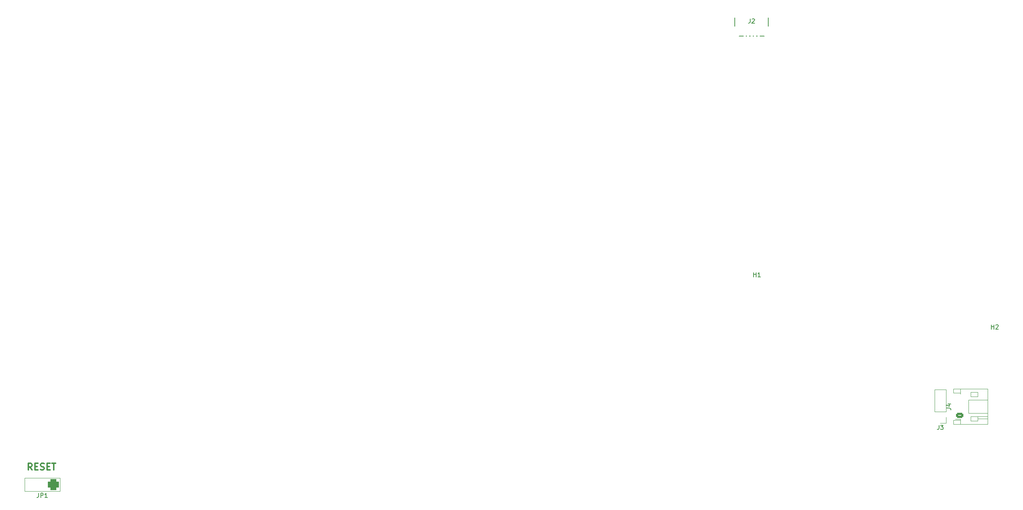
<source format=gbr>
%TF.GenerationSoftware,KiCad,Pcbnew,(7.99.0-267-g8440d7258b)*%
%TF.CreationDate,2023-05-05T04:19:59-07:00*%
%TF.ProjectId,1_2og_repro,315f326f-675f-4726-9570-726f2e6b6963,rev?*%
%TF.SameCoordinates,Original*%
%TF.FileFunction,Legend,Top*%
%TF.FilePolarity,Positive*%
%FSLAX46Y46*%
G04 Gerber Fmt 4.6, Leading zero omitted, Abs format (unit mm)*
G04 Created by KiCad (PCBNEW (7.99.0-267-g8440d7258b)) date 2023-05-05 04:19:59*
%MOMM*%
%LPD*%
G01*
G04 APERTURE LIST*
G04 Aperture macros list*
%AMRoundRect*
0 Rectangle with rounded corners*
0 $1 Rounding radius*
0 $2 $3 $4 $5 $6 $7 $8 $9 X,Y pos of 4 corners*
0 Add a 4 corners polygon primitive as box body*
4,1,4,$2,$3,$4,$5,$6,$7,$8,$9,$2,$3,0*
0 Add four circle primitives for the rounded corners*
1,1,$1+$1,$2,$3*
1,1,$1+$1,$4,$5*
1,1,$1+$1,$6,$7*
1,1,$1+$1,$8,$9*
0 Add four rect primitives between the rounded corners*
20,1,$1+$1,$2,$3,$4,$5,0*
20,1,$1+$1,$4,$5,$6,$7,0*
20,1,$1+$1,$6,$7,$8,$9,0*
20,1,$1+$1,$8,$9,$2,$3,0*%
G04 Aperture macros list end*
%ADD10C,0.300000*%
%ADD11C,0.150000*%
%ADD12C,0.120000*%
%ADD13RoundRect,0.250000X0.625000X-0.350000X0.625000X0.350000X-0.625000X0.350000X-0.625000X-0.350000X0*%
%ADD14O,1.750000X1.200000*%
%ADD15C,1.750000*%
%ADD16C,3.987800*%
%ADD17RoundRect,0.650000X0.650000X0.650000X-0.650000X0.650000X-0.650000X-0.650000X0.650000X-0.650000X0*%
%ADD18C,2.600000*%
%ADD19C,3.048000*%
%ADD20C,6.400000*%
%ADD21R,0.500000X2.250000*%
%ADD22O,1.700000X2.700000*%
%ADD23R,1.700000X1.700000*%
%ADD24O,1.700000X1.700000*%
G04 APERTURE END LIST*
D10*
X134310285Y-118053428D02*
X133810285Y-117339142D01*
X133453142Y-118053428D02*
X133453142Y-116553428D01*
X133453142Y-116553428D02*
X134024571Y-116553428D01*
X134024571Y-116553428D02*
X134167428Y-116624857D01*
X134167428Y-116624857D02*
X134238857Y-116696285D01*
X134238857Y-116696285D02*
X134310285Y-116839142D01*
X134310285Y-116839142D02*
X134310285Y-117053428D01*
X134310285Y-117053428D02*
X134238857Y-117196285D01*
X134238857Y-117196285D02*
X134167428Y-117267714D01*
X134167428Y-117267714D02*
X134024571Y-117339142D01*
X134024571Y-117339142D02*
X133453142Y-117339142D01*
X134953142Y-117267714D02*
X135453142Y-117267714D01*
X135667428Y-118053428D02*
X134953142Y-118053428D01*
X134953142Y-118053428D02*
X134953142Y-116553428D01*
X134953142Y-116553428D02*
X135667428Y-116553428D01*
X136238857Y-117982000D02*
X136453143Y-118053428D01*
X136453143Y-118053428D02*
X136810285Y-118053428D01*
X136810285Y-118053428D02*
X136953143Y-117982000D01*
X136953143Y-117982000D02*
X137024571Y-117910571D01*
X137024571Y-117910571D02*
X137096000Y-117767714D01*
X137096000Y-117767714D02*
X137096000Y-117624857D01*
X137096000Y-117624857D02*
X137024571Y-117482000D01*
X137024571Y-117482000D02*
X136953143Y-117410571D01*
X136953143Y-117410571D02*
X136810285Y-117339142D01*
X136810285Y-117339142D02*
X136524571Y-117267714D01*
X136524571Y-117267714D02*
X136381714Y-117196285D01*
X136381714Y-117196285D02*
X136310285Y-117124857D01*
X136310285Y-117124857D02*
X136238857Y-116982000D01*
X136238857Y-116982000D02*
X136238857Y-116839142D01*
X136238857Y-116839142D02*
X136310285Y-116696285D01*
X136310285Y-116696285D02*
X136381714Y-116624857D01*
X136381714Y-116624857D02*
X136524571Y-116553428D01*
X136524571Y-116553428D02*
X136881714Y-116553428D01*
X136881714Y-116553428D02*
X137096000Y-116624857D01*
X137738856Y-117267714D02*
X138238856Y-117267714D01*
X138453142Y-118053428D02*
X137738856Y-118053428D01*
X137738856Y-118053428D02*
X137738856Y-116553428D01*
X137738856Y-116553428D02*
X138453142Y-116553428D01*
X138881714Y-116553428D02*
X139738857Y-116553428D01*
X139310285Y-118053428D02*
X139310285Y-116553428D01*
D11*
%TO.C,J4*%
X344601619Y-103838333D02*
X345315904Y-103838333D01*
X345315904Y-103838333D02*
X345458761Y-103885952D01*
X345458761Y-103885952D02*
X345554000Y-103981190D01*
X345554000Y-103981190D02*
X345601619Y-104124047D01*
X345601619Y-104124047D02*
X345601619Y-104219285D01*
X344934952Y-102933571D02*
X345601619Y-102933571D01*
X344554000Y-103171666D02*
X345268285Y-103409761D01*
X345268285Y-103409761D02*
X345268285Y-102790714D01*
%TO.C,JP1*%
X135818666Y-123414117D02*
X135818666Y-124128402D01*
X135818666Y-124128402D02*
X135771047Y-124271259D01*
X135771047Y-124271259D02*
X135675809Y-124366498D01*
X135675809Y-124366498D02*
X135532952Y-124414117D01*
X135532952Y-124414117D02*
X135437714Y-124414117D01*
X136294857Y-124414117D02*
X136294857Y-123414117D01*
X136294857Y-123414117D02*
X136675809Y-123414117D01*
X136675809Y-123414117D02*
X136771047Y-123461736D01*
X136771047Y-123461736D02*
X136818666Y-123509355D01*
X136818666Y-123509355D02*
X136866285Y-123604593D01*
X136866285Y-123604593D02*
X136866285Y-123747450D01*
X136866285Y-123747450D02*
X136818666Y-123842688D01*
X136818666Y-123842688D02*
X136771047Y-123890307D01*
X136771047Y-123890307D02*
X136675809Y-123937926D01*
X136675809Y-123937926D02*
X136294857Y-123937926D01*
X137818666Y-124414117D02*
X137247238Y-124414117D01*
X137532952Y-124414117D02*
X137532952Y-123414117D01*
X137532952Y-123414117D02*
X137437714Y-123556974D01*
X137437714Y-123556974D02*
X137342476Y-123652212D01*
X137342476Y-123652212D02*
X137247238Y-123699831D01*
%TO.C,H1*%
X300247122Y-73655062D02*
X300247122Y-72655062D01*
X300247122Y-73131252D02*
X300818550Y-73131252D01*
X300818550Y-73655062D02*
X300818550Y-72655062D01*
X301818550Y-73655062D02*
X301247122Y-73655062D01*
X301532836Y-73655062D02*
X301532836Y-72655062D01*
X301532836Y-72655062D02*
X301437598Y-72797919D01*
X301437598Y-72797919D02*
X301342360Y-72893157D01*
X301342360Y-72893157D02*
X301247122Y-72940776D01*
%TO.C,J2*%
X299462781Y-14344619D02*
X299462781Y-15058904D01*
X299462781Y-15058904D02*
X299415162Y-15201761D01*
X299415162Y-15201761D02*
X299319924Y-15297000D01*
X299319924Y-15297000D02*
X299177067Y-15344619D01*
X299177067Y-15344619D02*
X299081829Y-15344619D01*
X299891353Y-14439857D02*
X299938972Y-14392238D01*
X299938972Y-14392238D02*
X300034210Y-14344619D01*
X300034210Y-14344619D02*
X300272305Y-14344619D01*
X300272305Y-14344619D02*
X300367543Y-14392238D01*
X300367543Y-14392238D02*
X300415162Y-14439857D01*
X300415162Y-14439857D02*
X300462781Y-14535095D01*
X300462781Y-14535095D02*
X300462781Y-14630333D01*
X300462781Y-14630333D02*
X300415162Y-14773190D01*
X300415162Y-14773190D02*
X299843734Y-15344619D01*
X299843734Y-15344619D02*
X300462781Y-15344619D01*
%TO.C,H2*%
X354964161Y-85677191D02*
X354964161Y-84677191D01*
X354964161Y-85153381D02*
X355535589Y-85153381D01*
X355535589Y-85677191D02*
X355535589Y-84677191D01*
X355964161Y-84772429D02*
X356011780Y-84724810D01*
X356011780Y-84724810D02*
X356107018Y-84677191D01*
X356107018Y-84677191D02*
X356345113Y-84677191D01*
X356345113Y-84677191D02*
X356440351Y-84724810D01*
X356440351Y-84724810D02*
X356487970Y-84772429D01*
X356487970Y-84772429D02*
X356535589Y-84867667D01*
X356535589Y-84867667D02*
X356535589Y-84962905D01*
X356535589Y-84962905D02*
X356487970Y-85105762D01*
X356487970Y-85105762D02*
X355916542Y-85677191D01*
X355916542Y-85677191D02*
X356535589Y-85677191D01*
%TO.C,J3*%
X342872781Y-107777248D02*
X342872781Y-108491533D01*
X342872781Y-108491533D02*
X342825162Y-108634390D01*
X342825162Y-108634390D02*
X342729924Y-108729629D01*
X342729924Y-108729629D02*
X342587067Y-108777248D01*
X342587067Y-108777248D02*
X342491829Y-108777248D01*
X343253734Y-107777248D02*
X343872781Y-107777248D01*
X343872781Y-107777248D02*
X343539448Y-108158200D01*
X343539448Y-108158200D02*
X343682305Y-108158200D01*
X343682305Y-108158200D02*
X343777543Y-108205819D01*
X343777543Y-108205819D02*
X343825162Y-108253438D01*
X343825162Y-108253438D02*
X343872781Y-108348676D01*
X343872781Y-108348676D02*
X343872781Y-108586771D01*
X343872781Y-108586771D02*
X343825162Y-108682009D01*
X343825162Y-108682009D02*
X343777543Y-108729629D01*
X343777543Y-108729629D02*
X343682305Y-108777248D01*
X343682305Y-108777248D02*
X343396591Y-108777248D01*
X343396591Y-108777248D02*
X343301353Y-108729629D01*
X343301353Y-108729629D02*
X343253734Y-108682009D01*
D12*
%TO.C,J4*%
X354049000Y-107565000D02*
X354049000Y-99445000D01*
X346229000Y-107565000D02*
X354049000Y-107565000D01*
X354049000Y-105005000D02*
X349689000Y-105005000D01*
X351789000Y-105805000D02*
X350189000Y-105805000D01*
X351789000Y-106805000D02*
X351789000Y-105805000D01*
X347829000Y-106365000D02*
X346614000Y-106365000D01*
X351789000Y-105805000D02*
X354049000Y-105805000D01*
X347829000Y-106645000D02*
X346229000Y-106645000D01*
X351789000Y-106305000D02*
X354049000Y-106305000D01*
X347829000Y-100365000D02*
X347829000Y-100645000D01*
X346229000Y-106645000D02*
X346229000Y-107565000D01*
X350189000Y-106805000D02*
X351789000Y-106805000D01*
X350189000Y-101205000D02*
X350189000Y-100205000D01*
X347829000Y-107565000D02*
X347829000Y-106645000D01*
X350189000Y-100205000D02*
X351789000Y-100205000D01*
X349689000Y-105005000D02*
X349689000Y-102005000D01*
X351789000Y-101205000D02*
X350189000Y-101205000D01*
X354049000Y-99445000D02*
X346229000Y-99445000D01*
X349689000Y-102005000D02*
X354049000Y-102005000D01*
X347829000Y-99445000D02*
X347829000Y-100365000D01*
X346229000Y-100365000D02*
X347829000Y-100365000D01*
X347829000Y-106365000D02*
X347829000Y-106645000D01*
X350189000Y-105805000D02*
X350189000Y-106805000D01*
X346229000Y-99445000D02*
X346229000Y-100365000D01*
X351789000Y-100205000D02*
X351789000Y-101205000D01*
%TO.C,JP1*%
X140692000Y-122951498D02*
X140692000Y-119951498D01*
X140692000Y-122951498D02*
X132592000Y-122951498D01*
X132592000Y-119951498D02*
X140692000Y-119951498D01*
X132592000Y-119951498D02*
X132592000Y-122951498D01*
D11*
%TO.C,J2*%
X303646115Y-12850000D02*
X303646115Y-18300000D01*
X295946115Y-12850000D02*
X295946115Y-18300000D01*
X303646115Y-18300000D02*
X295946115Y-18300000D01*
D12*
%TO.C,J3*%
X344536115Y-107314629D02*
X343206115Y-107314629D01*
X344536115Y-105984629D02*
X344536115Y-107314629D01*
X344536115Y-104714629D02*
X344536115Y-99574629D01*
X344536115Y-104714629D02*
X341876115Y-104714629D01*
X344536115Y-99574629D02*
X341876115Y-99574629D01*
X341876115Y-104714629D02*
X341876115Y-99574629D01*
%TD*%
%LPC*%
D13*
%TO.C,J4*%
X347689000Y-105505000D03*
D14*
X347688999Y-103504999D03*
X347688999Y-101504999D03*
%TD*%
D15*
%TO.C,SW71*%
X135336115Y-102434638D03*
D16*
X140416115Y-102434638D03*
D15*
X145496115Y-102434638D03*
%TD*%
%TO.C,SW12*%
X263806115Y-21594638D03*
D16*
X268886115Y-21594638D03*
D15*
X273966115Y-21594638D03*
%TD*%
%TO.C,SW26*%
X187696115Y-45374638D03*
D16*
X192776115Y-45374638D03*
D15*
X197856115Y-45374638D03*
%TD*%
%TO.C,SW76*%
X230336115Y-102434638D03*
D16*
X235416115Y-102434638D03*
D15*
X240496115Y-102434638D03*
%TD*%
%TO.C,SW21*%
X92596115Y-45374638D03*
D16*
X97676115Y-45374638D03*
D15*
X102756115Y-45374638D03*
%TD*%
%TO.C,SW24*%
X149656115Y-45374638D03*
D16*
X154736115Y-45374638D03*
D15*
X159816115Y-45374638D03*
%TD*%
%TO.C,SW25*%
X168676115Y-45374638D03*
D16*
X173756115Y-45374638D03*
D15*
X178836115Y-45374638D03*
%TD*%
%TO.C,SW60*%
X163906115Y-83414638D03*
D16*
X168986115Y-83414638D03*
D15*
X174066115Y-83414638D03*
%TD*%
%TO.C,SW83*%
X45008615Y-121454638D03*
D16*
X50088615Y-121454638D03*
D15*
X55168615Y-121454638D03*
%TD*%
%TO.C,SW74*%
X192336115Y-102434638D03*
D16*
X197416115Y-102434638D03*
D15*
X202496115Y-102434638D03*
%TD*%
%TO.C,SW9*%
X197206115Y-21594638D03*
D16*
X202286115Y-21594638D03*
D15*
X207366115Y-21594638D03*
%TD*%
%TO.C,SW32*%
X306606115Y-45374638D03*
D16*
X311686115Y-45374638D03*
D15*
X316766115Y-45374638D03*
%TD*%
%TO.C,SW53*%
X23638615Y-83414638D03*
D16*
X28718615Y-83414638D03*
D15*
X33798615Y-83414638D03*
%TD*%
%TO.C,SW90*%
X325626115Y-121454638D03*
D16*
X330706115Y-121454638D03*
D15*
X335786115Y-121454638D03*
%TD*%
%TO.C,SW65*%
X270846088Y-83414669D03*
D16*
X275926088Y-83414669D03*
D15*
X281006088Y-83414669D03*
%TD*%
%TO.C,SW84*%
X68711115Y-121454638D03*
D16*
X73791115Y-121454638D03*
D15*
X78871115Y-121454638D03*
%TD*%
%TO.C,SW39*%
X102056115Y-64394638D03*
D16*
X107136115Y-64394638D03*
D15*
X112216115Y-64394638D03*
%TD*%
%TO.C,SW86*%
X230631115Y-121454638D03*
D16*
X235711115Y-121454638D03*
D15*
X240791115Y-121454638D03*
%TD*%
%TO.C,SW63*%
X220926115Y-83414638D03*
D16*
X226006115Y-83414638D03*
D15*
X231086115Y-83414638D03*
%TD*%
%TO.C,SW35*%
X21246115Y-64394638D03*
D16*
X26326115Y-64394638D03*
D15*
X31406115Y-64394638D03*
%TD*%
%TO.C,SW15*%
X325626115Y-21591179D03*
D16*
X330706115Y-21591179D03*
D15*
X335786115Y-21591179D03*
%TD*%
D17*
%TO.C,JP1*%
X139192000Y-121451498D03*
D18*
X134112000Y-121451498D03*
%TD*%
D15*
%TO.C,SW47*%
X254216115Y-64394638D03*
D16*
X259296115Y-64394638D03*
D15*
X264376115Y-64394638D03*
%TD*%
D19*
%TO.C,S4*%
X21589865Y-95449638D03*
D16*
X21589865Y-110689638D03*
D19*
X45402365Y-95449638D03*
D16*
X45402365Y-110689638D03*
%TD*%
D15*
%TO.C,SW41*%
X140096115Y-64394638D03*
D16*
X145176115Y-64394638D03*
D15*
X150256115Y-64394638D03*
%TD*%
%TO.C,SW62*%
X201926115Y-83414638D03*
D16*
X207006115Y-83414638D03*
D15*
X212086115Y-83414638D03*
%TD*%
%TO.C,SW89*%
X306606115Y-121454638D03*
D16*
X311686115Y-121454638D03*
D15*
X316766115Y-121454638D03*
%TD*%
%TO.C,SW49*%
X306606115Y-64394638D03*
D16*
X311686115Y-64394638D03*
D15*
X316766115Y-64394638D03*
%TD*%
%TO.C,SW28*%
X225736115Y-45374638D03*
D16*
X230816115Y-45374638D03*
D15*
X235896115Y-45374638D03*
%TD*%
%TO.C,SW10*%
X225736115Y-21594638D03*
D16*
X230816115Y-21594638D03*
D15*
X235896115Y-21594638D03*
%TD*%
%TO.C,SW1*%
X16516115Y-21594638D03*
D16*
X21596115Y-21594638D03*
D15*
X26676115Y-21594638D03*
%TD*%
%TO.C,SW70*%
X116336115Y-102434638D03*
D16*
X121416115Y-102434638D03*
D15*
X126496115Y-102434638D03*
%TD*%
%TO.C,SW13*%
X282826115Y-21594638D03*
D16*
X287906115Y-21594638D03*
D15*
X292986115Y-21594638D03*
%TD*%
%TO.C,SW87*%
X254358615Y-121454638D03*
D16*
X259438615Y-121454638D03*
D15*
X264518615Y-121454638D03*
%TD*%
%TO.C,SW11*%
X244756115Y-21594638D03*
D16*
X249836115Y-21594638D03*
D15*
X254916115Y-21594638D03*
%TD*%
%TO.C,SW27*%
X206716115Y-45374638D03*
D16*
X211796115Y-45374638D03*
D15*
X216876115Y-45374638D03*
%TD*%
%TO.C,SW37*%
X64016115Y-64394638D03*
D16*
X69096115Y-64394638D03*
D15*
X74176115Y-64394638D03*
%TD*%
%TO.C,SW5*%
X111616534Y-21599485D03*
D16*
X116696534Y-21599485D03*
D15*
X121776534Y-21599485D03*
%TD*%
D20*
%TO.C,H1*%
X301009027Y-77392443D03*
%TD*%
D15*
%TO.C,SW4*%
X92596534Y-21599485D03*
D16*
X97676534Y-21599485D03*
D15*
X102756534Y-21599485D03*
%TD*%
%TO.C,SW23*%
X130636115Y-45374638D03*
D16*
X135716115Y-45374638D03*
D15*
X140796115Y-45374638D03*
%TD*%
%TO.C,SW42*%
X159116115Y-64394638D03*
D16*
X164196115Y-64394638D03*
D15*
X169276115Y-64394638D03*
%TD*%
%TO.C,SW91*%
X344646115Y-121454638D03*
D16*
X349726115Y-121454638D03*
D15*
X354806115Y-121454638D03*
%TD*%
%TO.C,SW22*%
X111616115Y-45374638D03*
D16*
X116696115Y-45374638D03*
D15*
X121776115Y-45374638D03*
%TD*%
%TO.C,SW64*%
X239926115Y-83414638D03*
D16*
X245006115Y-83414638D03*
D15*
X250086115Y-83414638D03*
%TD*%
%TO.C,SW81*%
X325626115Y-102434638D03*
D16*
X330706115Y-102434638D03*
D15*
X335786115Y-102434638D03*
%TD*%
%TO.C,SW52*%
X18876115Y-83414638D03*
D16*
X23956115Y-83414638D03*
D15*
X29036115Y-83414638D03*
%TD*%
%TO.C,SW30*%
X273301115Y-45374638D03*
D16*
X278381115Y-45374638D03*
D15*
X283461115Y-45374638D03*
%TD*%
%TO.C,SW51*%
X344646115Y-64394638D03*
D16*
X349726115Y-64394638D03*
D15*
X354806115Y-64394638D03*
%TD*%
%TO.C,SW34*%
X344646115Y-45374638D03*
D16*
X349726115Y-45374638D03*
D15*
X354806115Y-45374638D03*
%TD*%
%TO.C,SW66*%
X28416115Y-102434638D03*
D16*
X33496115Y-102434638D03*
D15*
X38576115Y-102434638D03*
%TD*%
%TO.C,SW8*%
X178186115Y-21594638D03*
D16*
X183266115Y-21594638D03*
D15*
X188346115Y-21594638D03*
%TD*%
%TO.C,SW36*%
X44996115Y-64394638D03*
D16*
X50076115Y-64394638D03*
D15*
X55156115Y-64394638D03*
%TD*%
%TO.C,SW68*%
X78336115Y-102434638D03*
D16*
X83416115Y-102434638D03*
D15*
X88496115Y-102434638D03*
%TD*%
%TO.C,SW19*%
X54556115Y-45374638D03*
D16*
X59636115Y-45374638D03*
D15*
X64716115Y-45374638D03*
%TD*%
%TO.C,SW73*%
X173336115Y-102434638D03*
D16*
X178416115Y-102434638D03*
D15*
X183496115Y-102434638D03*
%TD*%
%TO.C,SW78*%
X266061115Y-102434638D03*
D16*
X271141115Y-102434638D03*
D15*
X276221115Y-102434638D03*
%TD*%
D16*
%TO.C,S2*%
X259234865Y-110689638D03*
X283047365Y-110689638D03*
%TD*%
D15*
%TO.C,SW61*%
X182926115Y-83414638D03*
D16*
X188006115Y-83414638D03*
D15*
X193086115Y-83414638D03*
%TD*%
%TO.C,SW43*%
X178136115Y-64394638D03*
D16*
X183216115Y-64394638D03*
D15*
X188296115Y-64394638D03*
%TD*%
%TO.C,SW33*%
X325626115Y-45374638D03*
D16*
X330706115Y-45374638D03*
D15*
X335786115Y-45374638D03*
%TD*%
%TO.C,SW88*%
X278076115Y-121454638D03*
D16*
X283156115Y-121454638D03*
D15*
X288236115Y-121454638D03*
%TD*%
D21*
%TO.C,J2*%
X298196114Y-17349999D03*
X298996114Y-17349999D03*
X299796114Y-17349999D03*
X300596114Y-17349999D03*
X301396114Y-17349999D03*
D22*
X303446114Y-12849999D03*
X296146114Y-12849999D03*
X303446114Y-17349999D03*
X296146114Y-17349999D03*
%TD*%
D15*
%TO.C,SW56*%
X87886115Y-83414638D03*
D16*
X92966115Y-83414638D03*
D15*
X98046115Y-83414638D03*
%TD*%
D19*
%TO.C,S5*%
X211897529Y-128436498D03*
D16*
X211897529Y-113196498D03*
D19*
X97597529Y-128436498D03*
D16*
X97597529Y-113196498D03*
%TD*%
D15*
%TO.C,SW40*%
X121076115Y-64394638D03*
D16*
X126156115Y-64394638D03*
D15*
X131236115Y-64394638D03*
%TD*%
%TO.C,SW20*%
X73576115Y-45374638D03*
D16*
X78656115Y-45374638D03*
D15*
X83736115Y-45374638D03*
%TD*%
%TO.C,SW69*%
X97336115Y-102434638D03*
D16*
X102416115Y-102434638D03*
D15*
X107496115Y-102434638D03*
%TD*%
%TO.C,SW16*%
X344646115Y-21594638D03*
D16*
X349726115Y-21594638D03*
D15*
X354806115Y-21594638D03*
%TD*%
%TO.C,SW7*%
X159166115Y-21594638D03*
D16*
X164246115Y-21594638D03*
D15*
X169326115Y-21594638D03*
%TD*%
%TO.C,SW67*%
X59336115Y-102434638D03*
D16*
X64416115Y-102434638D03*
D15*
X69496115Y-102434638D03*
%TD*%
%TO.C,SW50*%
X325626115Y-64394638D03*
D16*
X330706115Y-64394638D03*
D15*
X335786115Y-64394638D03*
%TD*%
%TO.C,SW72*%
X154336115Y-102434638D03*
D16*
X159416115Y-102434638D03*
D15*
X164496115Y-102434638D03*
%TD*%
%TO.C,SW3*%
X73576534Y-21599485D03*
D16*
X78656534Y-21599485D03*
D15*
X83736534Y-21599485D03*
%TD*%
%TO.C,SW57*%
X106886115Y-83414638D03*
D16*
X111966115Y-83414638D03*
D15*
X117046115Y-83414638D03*
%TD*%
D19*
%TO.C,S3*%
X287832338Y-90399669D03*
D16*
X287832338Y-75159669D03*
D19*
X264019838Y-90399669D03*
D16*
X264019838Y-75159669D03*
%TD*%
D20*
%TO.C,H2*%
X355726066Y-89414572D03*
%TD*%
D15*
%TO.C,SW77*%
X256551115Y-102434638D03*
D16*
X261631115Y-102434638D03*
D15*
X266711115Y-102434638D03*
%TD*%
%TO.C,SW59*%
X144886115Y-83414638D03*
D16*
X149966115Y-83414638D03*
D15*
X155046115Y-83414638D03*
%TD*%
%TO.C,SW44*%
X197156115Y-64394638D03*
D16*
X202236115Y-64394638D03*
D15*
X207316115Y-64394638D03*
%TD*%
%TO.C,SW29*%
X244756115Y-45374638D03*
D16*
X249836115Y-45374638D03*
D15*
X254916115Y-45374638D03*
%TD*%
%TO.C,SW82*%
X21266115Y-121454638D03*
D16*
X26346115Y-121454638D03*
D15*
X31426115Y-121454638D03*
%TD*%
%TO.C,SW75*%
X211336115Y-102434638D03*
D16*
X216416115Y-102434638D03*
D15*
X221496115Y-102434638D03*
%TD*%
%TO.C,SW55*%
X68886115Y-83414638D03*
D16*
X73966115Y-83414638D03*
D15*
X79046115Y-83414638D03*
%TD*%
%TO.C,SW38*%
X83036115Y-64394638D03*
D16*
X88116115Y-64394638D03*
D15*
X93196115Y-64394638D03*
%TD*%
%TO.C,SW80*%
X282811115Y-45374638D03*
D16*
X287891115Y-45374638D03*
D15*
X292971115Y-45374638D03*
%TD*%
%TO.C,SW14*%
X306606115Y-21594638D03*
D16*
X311686115Y-21594638D03*
D15*
X316766115Y-21594638D03*
%TD*%
%TO.C,SW48*%
X278031115Y-64394638D03*
D16*
X283111115Y-64394638D03*
D15*
X288191115Y-64394638D03*
%TD*%
%TO.C,SW31*%
X263791115Y-45374638D03*
D16*
X268871115Y-45374638D03*
D15*
X273951115Y-45374638D03*
%TD*%
%TO.C,SW79*%
X275571115Y-102434638D03*
D16*
X280651115Y-102434638D03*
D15*
X285731115Y-102434638D03*
%TD*%
%TO.C,SW6*%
X140146115Y-21594638D03*
D16*
X145226115Y-21594638D03*
D15*
X150306115Y-21594638D03*
%TD*%
D16*
%TO.C,S1*%
X266474865Y-53629638D03*
X290287365Y-53629638D03*
%TD*%
D15*
%TO.C,SW46*%
X235196115Y-64394638D03*
D16*
X240276115Y-64394638D03*
D15*
X245356115Y-64394638D03*
%TD*%
D23*
%TO.C,J3*%
X343206114Y-105984628D03*
D24*
X343206114Y-103444628D03*
X343206114Y-100904628D03*
%TD*%
D15*
%TO.C,SW45*%
X216176115Y-64394638D03*
D16*
X221256115Y-64394638D03*
D15*
X226336115Y-64394638D03*
%TD*%
%TO.C,SW17*%
X16516115Y-45374638D03*
D16*
X21596115Y-45374638D03*
D15*
X26676115Y-45374638D03*
%TD*%
%TO.C,SW54*%
X49886115Y-83414638D03*
D16*
X54966115Y-83414638D03*
D15*
X60046115Y-83414638D03*
%TD*%
%TO.C,SW2*%
X54556534Y-21599485D03*
D16*
X59636534Y-21599485D03*
D15*
X64716534Y-21599485D03*
%TD*%
%TO.C,SW58*%
X125886115Y-83414638D03*
D16*
X130966115Y-83414638D03*
D15*
X136046115Y-83414638D03*
%TD*%
%TO.C,SW85*%
X149667529Y-121451498D03*
D16*
X154747529Y-121451498D03*
D15*
X159827529Y-121451498D03*
%TD*%
%TO.C,SW18*%
X35536115Y-45374638D03*
D16*
X40616115Y-45374638D03*
D15*
X45696115Y-45374638D03*
%TD*%
M02*

</source>
